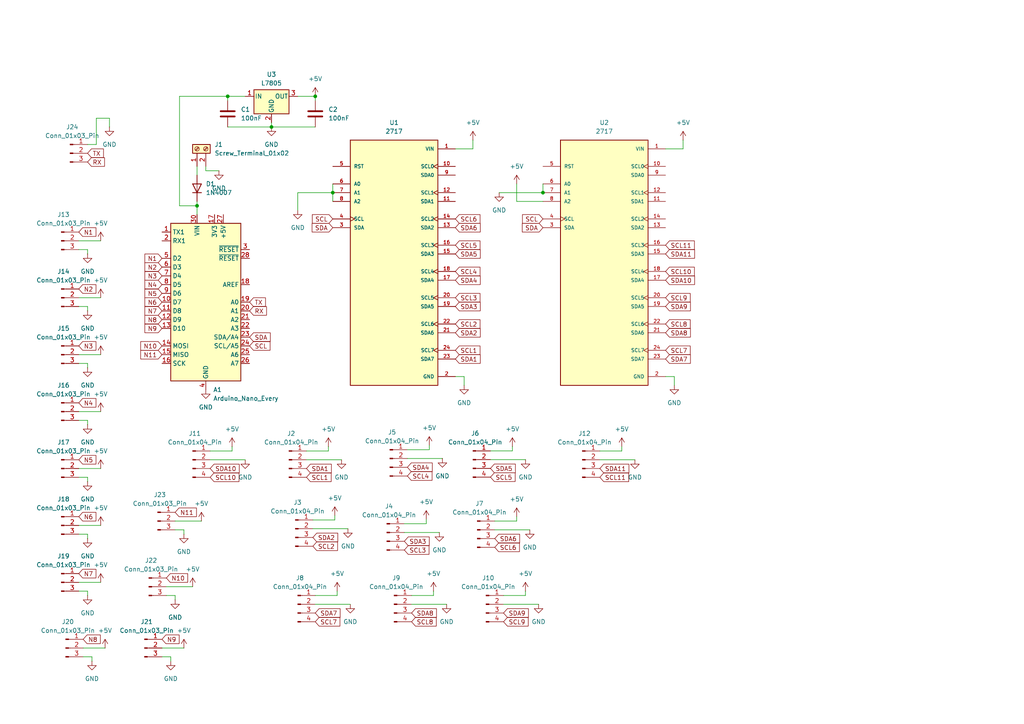
<source format=kicad_sch>
(kicad_sch (version 20250114) (generator "eeschema") (generator_version "9.0")
  (paper "A4")
  (lib_symbols
    (symbol "2717:2717" (pin_names (offset 1.016))
      (property "Reference" "U" (at -12.7 36.322 0))
      (property "Value" "2717" (at -12.7 -38.1 0))
      (symbol "2717_0_0"
        (rectangle (start -12.7 -35.56) (end 12.7 35.56) (stroke (width 0.254)) (fill (type background)))
        (pin input line (at -17.78 27.94 0) (length 5.08) (name "RST") (number "5"))
        (pin input line (at -17.78 22.86 0) (length 5.08) (name "A0") (number "6"))
        (pin input line (at -17.78 20.32 0) (length 5.08) (name "A1") (number "7"))
        (pin input line (at -17.78 17.78 0) (length 5.08) (name "A2") (number "8"))
        (pin input clock (at -17.78 12.7 0) (length 5.08) (name "SCL") (number "4"))
        (pin bidirectional line (at -17.78 10.16 0) (length 5.08) (name "SDA") (number "3"))
        (pin power_in line (at 17.78 33.02 180) (length 5.08) (name "VIN") (number "1"))
        (pin output clock (at 17.78 27.94 180) (length 5.08) (name "SCL0") (number "10"))
        (pin bidirectional line (at 17.78 25.4 180) (length 5.08) (name "SDA0") (number "9"))
        (pin output clock (at 17.78 20.32 180) (length 5.08) (name "SCL1") (number "12"))
        (pin bidirectional line (at 17.78 17.78 180) (length 5.08) (name "SDA1") (number "11"))
        (pin output clock (at 17.78 12.7 180) (length 5.08) (name "SCL2") (number "14"))
        (pin bidirectional line (at 17.78 10.16 180) (length 5.08) (name "SDA2") (number "13"))
        (pin output clock (at 17.78 5.08 180) (length 5.08) (name "SCL3") (number "16"))
        (pin bidirectional line (at 17.78 2.54 180) (length 5.08) (name "SDA3") (number "15"))
        (pin output clock (at 17.78 -2.54 180) (length 5.08) (name "SCL4") (number "18"))
        (pin bidirectional line (at 17.78 -5.08 180) (length 5.08) (name "SDA4") (number "17"))
        (pin output clock (at 17.78 -10.16 180) (length 5.08) (name "SCL5") (number "20"))
        (pin bidirectional line (at 17.78 -12.7 180) (length 5.08) (name "SDA5") (number "19"))
        (pin output clock (at 17.78 -17.78 180) (length 5.08) (name "SCL6") (number "22"))
        (pin bidirectional line (at 17.78 -20.32 180) (length 5.08) (name "SDA6") (number "21"))
        (pin output clock (at 17.78 -25.4 180) (length 5.08) (name "SCL7") (number "24"))
        (pin bidirectional line (at 17.78 -27.94 180) (length 5.08) (name "SDA7") (number "23"))
        (pin power_in line (at 17.78 -33.02 180) (length 5.08) (name "GND") (number "2"))
      )
    )
    (symbol "Connector:Conn_01x03_Pin" (pin_names (offset 1.016) (hide yes))
      (property "Reference" "J" (at 0 5.08 0))
      (property "Value" "Conn_01x03_Pin" (at 0 -5.08 0))
      (symbol "Conn_01x03_Pin_1_1"
        (rectangle (start 0.8636 2.667) (end 0 2.413) (stroke (width 0.1524)) (fill (type outline)))
        (rectangle (start 0.8636 0.127) (end 0 -0.127) (stroke (width 0.1524)) (fill (type outline)))
        (rectangle (start 0.8636 -2.413) (end 0 -2.667) (stroke (width 0.1524)) (fill (type outline)))
        (polyline (pts (xy 1.27 2.54) (xy 0.8636 2.54)) (stroke (width 0.1524)))
        (polyline (pts (xy 1.27 0) (xy 0.8636 0)) (stroke (width 0.1524)))
        (polyline (pts (xy 1.27 -2.54) (xy 0.8636 -2.54)) (stroke (width 0.1524)))
        (pin passive line (at 5.08 2.54 180) (length 3.81) (name "Pin_1") (number "1"))
        (pin passive line (at 5.08 0 180) (length 3.81) (name "Pin_2") (number "2"))
        (pin passive line (at 5.08 -2.54 180) (length 3.81) (name "Pin_3") (number "3"))
      )
    )
    (symbol "Connector:Conn_01x04_Pin" (pin_names (offset 1.016) (hide yes))
      (property "Reference" "J" (at 0 5.08 0))
      (property "Value" "Conn_01x04_Pin" (at 0 -7.62 0))
      (symbol "Conn_01x04_Pin_1_1"
        (rectangle (start 0.8636 2.667) (end 0 2.413) (stroke (width 0.1524)) (fill (type outline)))
        (rectangle (start 0.8636 0.127) (end 0 -0.127) (stroke (width 0.1524)) (fill (type outline)))
        (rectangle (start 0.8636 -2.413) (end 0 -2.667) (stroke (width 0.1524)) (fill (type outline)))
        (rectangle (start 0.8636 -4.953) (end 0 -5.207) (stroke (width 0.1524)) (fill (type outline)))
        (polyline (pts (xy 1.27 2.54) (xy 0.8636 2.54)) (stroke (width 0.1524)))
        (polyline (pts (xy 1.27 0) (xy 0.8636 0)) (stroke (width 0.1524)))
        (polyline (pts (xy 1.27 -2.54) (xy 0.8636 -2.54)) (stroke (width 0.1524)))
        (polyline (pts (xy 1.27 -5.08) (xy 0.8636 -5.08)) (stroke (width 0.1524)))
        (pin passive line (at 5.08 2.54 180) (length 3.81) (name "Pin_1") (number "1"))
        (pin passive line (at 5.08 0 180) (length 3.81) (name "Pin_2") (number "2"))
        (pin passive line (at 5.08 -2.54 180) (length 3.81) (name "Pin_3") (number "3"))
        (pin passive line (at 5.08 -5.08 180) (length 3.81) (name "Pin_4") (number "4"))
      )
    )
    (symbol "Connector:Screw_Terminal_01x02" (pin_names (offset 1.016) (hide yes))
      (property "Reference" "J" (at 0 2.54 0))
      (property "Value" "Screw_Terminal_01x02" (at 0 -5.08 0))
      (symbol "Screw_Terminal_01x02_1_1"
        (rectangle (start -1.27 1.27) (end 1.27 -3.81) (stroke (width 0.254)) (fill (type background)))
        (polyline (pts (xy -0.5334 0.3302) (xy 0.3302 -0.508)) (stroke (width 0.1524)))
        (polyline (pts (xy -0.5334 -2.2098) (xy 0.3302 -3.048)) (stroke (width 0.1524)))
        (polyline (pts (xy -0.3556 0.508) (xy 0.508 -0.3302)) (stroke (width 0.1524)))
        (polyline (pts (xy -0.3556 -2.032) (xy 0.508 -2.8702)) (stroke (width 0.1524)))
        (circle (center 0 0) (radius 0.635) (stroke (width 0.1524)))
        (circle (center 0 -2.54) (radius 0.635) (stroke (width 0.1524)))
        (pin passive line (at -5.08 0 0) (length 3.81) (name "Pin_1") (number "1"))
        (pin passive line (at -5.08 -2.54 0) (length 3.81) (name "Pin_2") (number "2"))
      )
    )
    (symbol "Device:C" (pin_numbers (hide yes)) (pin_names (offset 0.254))
      (property "Reference" "C" (at 0.635 2.54 0))
      (property "Value" "C" (at 0.635 -2.54 0))
      (symbol "C_0_1"
        (polyline (pts (xy -2.032 0.762) (xy 2.032 0.762)) (stroke (width 0.508)))
        (polyline (pts (xy -2.032 -0.762) (xy 2.032 -0.762)) (stroke (width 0.508)))
      )
      (symbol "C_1_1"
        (pin passive line (at 0 3.81 270) (length 2.794) (name "~") (number "1"))
        (pin passive line (at 0 -3.81 90) (length 2.794) (name "~") (number "2"))
      )
    )
    (symbol "Diode:1N4007" (pin_numbers (hide yes)) (pin_names (hide yes))
      (property "Reference" "D" (at 0 2.54 0))
      (property "Value" "1N4007" (at 0 -2.54 0))
      (symbol "1N4007_0_1"
        (polyline (pts (xy -1.27 1.27) (xy -1.27 -1.27)) (stroke (width 0.254)))
        (polyline (pts (xy 1.27 1.27) (xy 1.27 -1.27) (xy -1.27 0) (xy 1.27 1.27)) (stroke (width 0.254)))
        (polyline (pts (xy 1.27 0) (xy -1.27 0)))
      )
      (symbol "1N4007_1_1"
        (pin passive line (at -3.81 0 0) (length 2.54) (name "K") (number "1"))
        (pin passive line (at 3.81 0 180) (length 2.54) (name "A") (number "2"))
      )
    )
    (symbol "MCU_Module:Arduino_Nano_Every"
      (property "Reference" "A" (at -10.16 23.495 0))
      (property "Value" "Arduino_Nano_Every" (at 5.08 -24.13 0))
      (symbol "Arduino_Nano_Every_0_1"
        (rectangle (start -10.16 22.86) (end 10.16 -22.86) (stroke (width 0.254)) (fill (type background)))
      )
      (symbol "Arduino_Nano_Every_1_1"
        (pin bidirectional line (at -12.7 20.32 0) (length 2.54) (name "TX1") (number "1"))
        (pin bidirectional line (at -12.7 17.78 0) (length 2.54) (name "RX1") (number "2"))
        (pin bidirectional line (at -12.7 12.7 0) (length 2.54) (name "D2") (number "5"))
        (pin bidirectional line (at -12.7 10.16 0) (length 2.54) (name "D3") (number "6"))
        (pin bidirectional line (at -12.7 7.62 0) (length 2.54) (name "D4") (number "7"))
        (pin bidirectional line (at -12.7 5.08 0) (length 2.54) (name "D5") (number "8"))
        (pin bidirectional line (at -12.7 2.54 0) (length 2.54) (name "D6") (number "9"))
        (pin bidirectional line (at -12.7 0 0) (length 2.54) (name "D7") (number "10"))
        (pin bidirectional line (at -12.7 -2.54 0) (length 2.54) (name "D8") (number "11"))
        (pin bidirectional line (at -12.7 -5.08 0) (length 2.54) (name "D9") (number "12"))
        (pin bidirectional line (at -12.7 -7.62 0) (length 2.54) (name "D10") (number "13"))
        (pin bidirectional line (at -12.7 -12.7 0) (length 2.54) (name "MOSI") (number "14"))
        (pin bidirectional line (at -12.7 -15.24 0) (length 2.54) (name "MISO") (number "15"))
        (pin bidirectional line (at -12.7 -17.78 0) (length 2.54) (name "SCK") (number "16"))
        (pin power_in line (at -2.54 25.4 270) (length 2.54) (name "VIN") (number "30"))
        (pin passive line (at 0 -25.4 90) (length 2.54) (hide yes) (name "GND") (number "29"))
        (pin power_in line (at 0 -25.4 90) (length 2.54) (name "GND") (number "4"))
        (pin power_out line (at 2.54 25.4 270) (length 2.54) (name "3V3") (number "17"))
        (pin power_out line (at 5.08 25.4 270) (length 2.54) (name "+5V") (number "27"))
        (pin input line (at 12.7 15.24 180) (length 2.54) (name "~{RESET}") (number "3"))
        (pin input line (at 12.7 12.7 180) (length 2.54) (name "~{RESET}") (number "28"))
        (pin input line (at 12.7 5.08 180) (length 2.54) (name "AREF") (number "18"))
        (pin bidirectional line (at 12.7 0 180) (length 2.54) (name "A0") (number "19"))
        (pin bidirectional line (at 12.7 -2.54 180) (length 2.54) (name "A1") (number "20"))
        (pin bidirectional line (at 12.7 -5.08 180) (length 2.54) (name "A2") (number "21"))
        (pin bidirectional line (at 12.7 -7.62 180) (length 2.54) (name "A3") (number "22"))
        (pin bidirectional line (at 12.7 -10.16 180) (length 2.54) (name "SDA/A4") (number "23"))
        (pin bidirectional line (at 12.7 -12.7 180) (length 2.54) (name "SCL/A5") (number "24"))
        (pin bidirectional line (at 12.7 -15.24 180) (length 2.54) (name "A6") (number "25"))
        (pin bidirectional line (at 12.7 -17.78 180) (length 2.54) (name "A7") (number "26"))
      )
    )
    (symbol "Regulator_Linear:L7805" (pin_names (offset 0.254))
      (property "Reference" "U" (at -3.81 3.175 0))
      (property "Value" "L7805" (at 0 3.175 0))
      (symbol "L7805_0_1"
        (rectangle (start -5.08 1.905) (end 5.08 -5.08) (stroke (width 0.254)) (fill (type background)))
      )
      (symbol "L7805_1_1"
        (pin power_in line (at -7.62 0 0) (length 2.54) (name "IN") (number "1"))
        (pin power_in line (at 0 -7.62 90) (length 2.54) (name "GND") (number "2"))
        (pin power_out line (at 7.62 0 180) (length 2.54) (name "OUT") (number "3"))
      )
    )
    (symbol "power:+5V" (power) (pin_numbers (hide yes)) (pin_names (offset 0) (hide yes))
      (property "Value" "+5V" (at 0 3.556 0))
      (symbol "+5V_0_1"
        (polyline (pts (xy -0.762 1.27) (xy 0 2.54)))
        (polyline (pts (xy 0 2.54) (xy 0.762 1.27)))
        (polyline (pts (xy 0 0) (xy 0 2.54)))
      )
      (symbol "+5V_1_1"
        (pin power_in line (at 0 0 90) (length 0) (name "~") (number "1"))
      )
    )
    (symbol "power:GND" (power) (pin_numbers (hide yes)) (pin_names (offset 0) (hide yes))
      (property "Value" "GND" (at 0 -3.81 0))
      (symbol "GND_0_1"
        (polyline (pts (xy 0 0) (xy 0 -1.27) (xy 1.27 -1.27) (xy 0 -2.54) (xy -1.27 -1.27) (xy 0 -1.27)))
      )
      (symbol "GND_1_1"
        (pin power_in line (at 0 0 270) (length 0) (name "~") (number "1"))
      )
    )
  )
  (junction (at 57.15 59.69))
  (junction (at 91.44 27.94))
  (junction (at 78.74 36.83))
  (junction (at 66.04 27.94))
  (junction (at 96.52 55.88))
  (junction (at 157.48 55.88))
  (wire (pts (xy 53.34 153.67) (xy 53.34 154.94)))
  (wire (pts (xy 157.48 58.42) (xy 149.86 58.42)))
  (wire (pts (xy 25.4 88.9) (xy 25.4 90.17)))
  (wire (pts (xy 27.94 34.29) (xy 31.75 34.29)))
  (wire (pts (xy 25.4 105.41) (xy 25.4 106.68)))
  (wire (pts (xy 146.05 172.72) (xy 152.4 172.72)))
  (wire (pts (xy 180.34 130.81) (xy 180.34 129.54)))
  (wire (pts (xy 66.04 27.94) (xy 71.12 27.94)))
  (wire (pts (xy 118.1607 130.4462) (xy 124.5107 130.4462)))
  (wire (pts (xy 91.44 172.72) (xy 97.79 172.72)))
  (wire (pts (xy 157.48 53.34) (xy 157.48 55.88)))
  (wire (pts (xy 117.2802 154.4483) (xy 127.4402 154.4483)))
  (wire (pts (xy 149.86 151.13) (xy 149.86 149.86)))
  (wire (pts (xy 193.04 43.18) (xy 198.12 43.18)))
  (wire (pts (xy 22.86 102.87) (xy 29.21 102.87)))
  (wire (pts (xy 91.44 175.26) (xy 101.6 175.26)))
  (wire (pts (xy 134.62 109.22) (xy 134.62 111.76)))
  (wire (pts (xy 27.94 41.91) (xy 27.94 34.29)))
  (wire (pts (xy 66.04 36.83) (xy 78.74 36.83)))
  (wire (pts (xy 144.78 55.88) (xy 157.48 55.88)))
  (wire (pts (xy 86.36 27.94) (xy 91.44 27.94)))
  (wire (pts (xy 149.86 58.42) (xy 149.86 53.34)))
  (wire (pts (xy 88.9 133.35) (xy 99.06 133.35)))
  (wire (pts (xy 22.86 119.38) (xy 29.21 119.38)))
  (wire (pts (xy 86.36 60.96) (xy 86.36 55.88)))
  (wire (pts (xy 117.2802 151.9083) (xy 123.6302 151.9083)))
  (wire (pts (xy 90.7552 150.8077) (xy 97.1052 150.8077)))
  (wire (pts (xy 22.86 69.85) (xy 29.21 69.85)))
  (wire (pts (xy 173.99 133.35) (xy 184.15 133.35)))
  (wire (pts (xy 97.1052 150.8077) (xy 97.1052 149.5377)))
  (wire (pts (xy 49.53 190.5) (xy 49.53 191.77)))
  (wire (pts (xy 148.6143 130.7763) (xy 148.6143 129.5063)))
  (wire (pts (xy 96.52 55.88) (xy 96.52 58.42)))
  (wire (pts (xy 57.15 48.26) (xy 57.15 50.8)))
  (wire (pts (xy 91.44 27.94) (xy 91.44 29.21)))
  (wire (pts (xy 173.99 130.81) (xy 180.34 130.81)))
  (wire (pts (xy 22.86 152.4) (xy 29.21 152.4)))
  (wire (pts (xy 27.94 41.91) (xy 25.4 41.91)))
  (wire (pts (xy 95.25 130.81) (xy 95.25 129.54)))
  (wire (pts (xy 125.73 172.72) (xy 125.73 171.45)))
  (wire (pts (xy 152.4 172.72) (xy 152.4 171.45)))
  (wire (pts (xy 22.86 154.94) (xy 25.4 154.94)))
  (wire (pts (xy 22.86 86.36) (xy 29.21 86.36)))
  (wire (pts (xy 25.4 138.43) (xy 25.4 139.7)))
  (wire (pts (xy 46.99 190.5) (xy 49.53 190.5)))
  (wire (pts (xy 24.13 190.5) (xy 26.67 190.5)))
  (wire (pts (xy 25.4 72.39) (xy 25.4 73.66)))
  (wire (pts (xy 123.6302 151.9083) (xy 123.6302 150.6383)))
  (wire (pts (xy 193.04 109.22) (xy 195.58 109.22)))
  (wire (pts (xy 25.4 154.94) (xy 25.4 156.21)))
  (wire (pts (xy 59.69 48.26) (xy 59.69 49.53)))
  (wire (pts (xy 22.86 135.89) (xy 29.21 135.89)))
  (wire (pts (xy 195.58 109.22) (xy 195.58 111.76)))
  (wire (pts (xy 57.15 59.69) (xy 52.07 59.69)))
  (wire (pts (xy 60.96 130.81) (xy 67.31 130.81)))
  (wire (pts (xy 97.79 172.72) (xy 97.79 171.45)))
  (wire (pts (xy 31.75 34.29) (xy 31.75 36.83)))
  (wire (pts (xy 24.13 187.96) (xy 30.48 187.96)))
  (wire (pts (xy 57.15 58.42) (xy 57.15 59.69)))
  (wire (pts (xy 52.07 59.69) (xy 52.07 27.94)))
  (wire (pts (xy 146.05 175.26) (xy 156.21 175.26)))
  (wire (pts (xy 59.69 49.53) (xy 63.5 49.53)))
  (wire (pts (xy 78.74 36.83) (xy 91.44 36.83)))
  (wire (pts (xy 48.26 170.18) (xy 55.88 170.18)))
  (wire (pts (xy 198.12 43.18) (xy 198.12 40.64)))
  (wire (pts (xy 142.2643 130.7763) (xy 148.6143 130.7763)))
  (wire (pts (xy 25.4 171.45) (xy 25.4 172.72)))
  (wire (pts (xy 143.51 153.67) (xy 153.67 153.67)))
  (wire (pts (xy 22.86 105.41) (xy 25.4 105.41)))
  (wire (pts (xy 60.96 133.35) (xy 71.12 133.35)))
  (wire (pts (xy 50.8 153.67) (xy 53.34 153.67)))
  (wire (pts (xy 132.08 43.18) (xy 137.16 43.18)))
  (wire (pts (xy 66.04 29.21) (xy 66.04 27.94)))
  (wire (pts (xy 86.36 55.88) (xy 96.52 55.88)))
  (wire (pts (xy 52.07 27.94) (xy 66.04 27.94)))
  (wire (pts (xy 119.38 175.26) (xy 129.54 175.26)))
  (wire (pts (xy 90.7552 153.3477) (xy 100.9152 153.3477)))
  (wire (pts (xy 22.86 88.9) (xy 25.4 88.9)))
  (wire (pts (xy 137.16 43.18) (xy 137.16 40.64)))
  (wire (pts (xy 78.74 35.56) (xy 78.74 36.83)))
  (wire (pts (xy 142.2643 133.3163) (xy 152.4243 133.3163)))
  (wire (pts (xy 48.26 172.72) (xy 50.8 172.72)))
  (wire (pts (xy 22.86 168.91) (xy 29.21 168.91)))
  (wire (pts (xy 50.8 151.13) (xy 58.42 151.13)))
  (wire (pts (xy 96.52 53.34) (xy 96.52 55.88)))
  (wire (pts (xy 124.5107 130.4462) (xy 124.5107 129.1762)))
  (wire (pts (xy 57.15 59.69) (xy 57.15 62.23)))
  (wire (pts (xy 118.1607 132.9862) (xy 128.3207 132.9862)))
  (wire (pts (xy 26.67 190.5) (xy 26.67 191.77)))
  (wire (pts (xy 46.99 187.96) (xy 53.34 187.96)))
  (wire (pts (xy 22.86 138.43) (xy 25.4 138.43)))
  (wire (pts (xy 119.38 172.72) (xy 125.73 172.72)))
  (wire (pts (xy 88.9 130.81) (xy 95.25 130.81)))
  (wire (pts (xy 22.86 72.39) (xy 25.4 72.39)))
  (wire (pts (xy 132.08 109.22) (xy 134.62 109.22)))
  (wire (pts (xy 25.4 121.92) (xy 25.4 123.19)))
  (wire (pts (xy 50.8 172.72) (xy 50.8 173.99)))
  (wire (pts (xy 143.51 151.13) (xy 149.86 151.13)))
  (wire (pts (xy 22.86 171.45) (xy 25.4 171.45)))
  (wire (pts (xy 67.31 130.81) (xy 67.31 129.54)))
  (wire (pts (xy 22.86 121.92) (xy 25.4 121.92)))
  (global_label "N7" (shape input) (at 22.86 166.37 0) (property "Intersheetrefs" "${INTERSHEET_REFS}" (effects (hide yes))))
  (global_label "SDA9" (shape input) (at 193.04 88.9 0) (property "Intersheetrefs" "${INTERSHEET_REFS}" (effects (hide yes))))
  (global_label "SCL9" (shape input) (at 146.05 180.34 0) (property "Intersheetrefs" "${INTERSHEET_REFS}" (effects (hide yes))))
  (global_label "SCL2" (shape input) (at 90.7552 158.4277 0) (property "Intersheetrefs" "${INTERSHEET_REFS}" (effects (hide yes))))
  (global_label "SCL1" (shape input) (at 88.9 138.43 0) (property "Intersheetrefs" "${INTERSHEET_REFS}" (effects (hide yes))))
  (global_label "N11" (shape input) (at 50.8 148.59 0) (property "Intersheetrefs" "${INTERSHEET_REFS}" (effects (hide yes))))
  (global_label "N10" (shape input) (at 46.99 100.33 180) (property "Intersheetrefs" "${INTERSHEET_REFS}" (effects (hide yes))))
  (global_label "SDA1" (shape input) (at 132.08 104.14 0) (property "Intersheetrefs" "${INTERSHEET_REFS}" (effects (hide yes))))
  (global_label "SDA" (shape input) (at 96.52 66.04 180) (property "Intersheetrefs" "${INTERSHEET_REFS}" (effects (hide yes))))
  (global_label "N6" (shape input) (at 22.86 149.86 0) (property "Intersheetrefs" "${INTERSHEET_REFS}" (effects (hide yes))))
  (global_label "SCL" (shape input) (at 157.48 63.5 180) (property "Intersheetrefs" "${INTERSHEET_REFS}" (effects (hide yes))))
  (global_label "SDA5" (shape input) (at 132.08 73.66 0) (property "Intersheetrefs" "${INTERSHEET_REFS}" (effects (hide yes))))
  (global_label "N5" (shape input) (at 22.86 133.35 0) (property "Intersheetrefs" "${INTERSHEET_REFS}" (effects (hide yes))))
  (global_label "N8" (shape input) (at 46.99 92.71 180) (property "Intersheetrefs" "${INTERSHEET_REFS}" (effects (hide yes))))
  (global_label "SCL6" (shape input) (at 143.51 158.75 0) (property "Intersheetrefs" "${INTERSHEET_REFS}" (effects (hide yes))))
  (global_label "SCL1" (shape input) (at 132.08 101.6 0) (property "Intersheetrefs" "${INTERSHEET_REFS}" (effects (hide yes))))
  (global_label "N9" (shape input) (at 46.99 185.42 0) (property "Intersheetrefs" "${INTERSHEET_REFS}" (effects (hide yes))))
  (global_label "TX" (shape input) (at 72.39 87.63 0) (property "Intersheetrefs" "${INTERSHEET_REFS}" (effects (hide yes))))
  (global_label "N4" (shape input) (at 46.99 82.55 180) (property "Intersheetrefs" "${INTERSHEET_REFS}" (effects (hide yes))))
  (global_label "SCL10" (shape input) (at 60.96 138.43 0) (property "Intersheetrefs" "${INTERSHEET_REFS}" (effects (hide yes))))
  (global_label "SDA4" (shape input) (at 132.08 81.28 0) (property "Intersheetrefs" "${INTERSHEET_REFS}" (effects (hide yes))))
  (global_label "SDA10" (shape input) (at 193.04 81.28 0) (property "Intersheetrefs" "${INTERSHEET_REFS}" (effects (hide yes))))
  (global_label "SCL6" (shape input) (at 132.08 63.5 0) (property "Intersheetrefs" "${INTERSHEET_REFS}" (effects (hide yes))))
  (global_label "SDA2" (shape input) (at 132.08 96.52 0) (property "Intersheetrefs" "${INTERSHEET_REFS}" (effects (hide yes))))
  (global_label "N4" (shape input) (at 22.86 116.84 0) (property "Intersheetrefs" "${INTERSHEET_REFS}" (effects (hide yes))))
  (global_label "SDA2" (shape input) (at 90.7552 155.8877 0) (property "Intersheetrefs" "${INTERSHEET_REFS}" (effects (hide yes))))
  (global_label "RX" (shape input) (at 25.4 46.99 0) (property "Intersheetrefs" "${INTERSHEET_REFS}" (effects (hide yes))))
  (global_label "RX" (shape input) (at 72.39 90.17 0) (property "Intersheetrefs" "${INTERSHEET_REFS}" (effects (hide yes))))
  (global_label "SDA6" (shape input) (at 132.08 66.04 0) (property "Intersheetrefs" "${INTERSHEET_REFS}" (effects (hide yes))))
  (global_label "SCL7" (shape input) (at 193.04 101.6 0) (property "Intersheetrefs" "${INTERSHEET_REFS}" (effects (hide yes))))
  (global_label "TX" (shape input) (at 25.4 44.45 0) (property "Intersheetrefs" "${INTERSHEET_REFS}" (effects (hide yes))))
  (global_label "N1" (shape input) (at 22.86 67.31 0) (property "Intersheetrefs" "${INTERSHEET_REFS}" (effects (hide yes))))
  (global_label "SDA1" (shape input) (at 88.9 135.89 0) (property "Intersheetrefs" "${INTERSHEET_REFS}" (effects (hide yes))))
  (global_label "N5" (shape input) (at 46.99 85.09 180) (property "Intersheetrefs" "${INTERSHEET_REFS}" (effects (hide yes))))
  (global_label "SCL3" (shape input) (at 117.2802 159.5283 0) (property "Intersheetrefs" "${INTERSHEET_REFS}" (effects (hide yes))))
  (global_label "N11" (shape input) (at 46.99 102.87 180) (property "Intersheetrefs" "${INTERSHEET_REFS}" (effects (hide yes))))
  (global_label "SDA5" (shape input) (at 142.2643 135.8563 0) (property "Intersheetrefs" "${INTERSHEET_REFS}" (effects (hide yes))))
  (global_label "N7" (shape input) (at 46.99 90.17 180) (property "Intersheetrefs" "${INTERSHEET_REFS}" (effects (hide yes))))
  (global_label "N2" (shape input) (at 22.86 83.82 0) (property "Intersheetrefs" "${INTERSHEET_REFS}" (effects (hide yes))))
  (global_label "SCL" (shape input) (at 72.39 100.33 0) (property "Intersheetrefs" "${INTERSHEET_REFS}" (effects (hide yes))))
  (global_label "SDA11" (shape input) (at 173.99 135.89 0) (property "Intersheetrefs" "${INTERSHEET_REFS}" (effects (hide yes))))
  (global_label "SDA6" (shape input) (at 143.51 156.21 0) (property "Intersheetrefs" "${INTERSHEET_REFS}" (effects (hide yes))))
  (global_label "SDA10" (shape input) (at 60.96 135.89 0) (property "Intersheetrefs" "${INTERSHEET_REFS}" (effects (hide yes))))
  (global_label "N10" (shape input) (at 48.26 167.64 0) (property "Intersheetrefs" "${INTERSHEET_REFS}" (effects (hide yes))))
  (global_label "SCL8" (shape input) (at 119.38 180.34 0) (property "Intersheetrefs" "${INTERSHEET_REFS}" (effects (hide yes))))
  (global_label "SCL3" (shape input) (at 132.08 86.36 0) (property "Intersheetrefs" "${INTERSHEET_REFS}" (effects (hide yes))))
  (global_label "SCL8" (shape input) (at 193.04 93.98 0) (property "Intersheetrefs" "${INTERSHEET_REFS}" (effects (hide yes))))
  (global_label "SCL2" (shape input) (at 132.08 93.98 0) (property "Intersheetrefs" "${INTERSHEET_REFS}" (effects (hide yes))))
  (global_label "SDA11" (shape input) (at 193.04 73.66 0) (property "Intersheetrefs" "${INTERSHEET_REFS}" (effects (hide yes))))
  (global_label "N9" (shape input) (at 46.99 95.25 180) (property "Intersheetrefs" "${INTERSHEET_REFS}" (effects (hide yes))))
  (global_label "SCL4" (shape input) (at 118.1607 138.0662 0) (property "Intersheetrefs" "${INTERSHEET_REFS}" (effects (hide yes))))
  (global_label "SDA3" (shape input) (at 117.2802 156.9883 0) (property "Intersheetrefs" "${INTERSHEET_REFS}" (effects (hide yes))))
  (global_label "SDA" (shape input) (at 157.48 66.04 180) (property "Intersheetrefs" "${INTERSHEET_REFS}" (effects (hide yes))))
  (global_label "SDA8" (shape input) (at 119.38 177.8 0) (property "Intersheetrefs" "${INTERSHEET_REFS}" (effects (hide yes))))
  (global_label "SCL9" (shape input) (at 193.04 86.36 0) (property "Intersheetrefs" "${INTERSHEET_REFS}" (effects (hide yes))))
  (global_label "SDA4" (shape input) (at 118.1607 135.5262 0) (property "Intersheetrefs" "${INTERSHEET_REFS}" (effects (hide yes))))
  (global_label "SDA3" (shape input) (at 132.08 88.9 0) (property "Intersheetrefs" "${INTERSHEET_REFS}" (effects (hide yes))))
  (global_label "SDA9" (shape input) (at 146.05 177.8 0) (property "Intersheetrefs" "${INTERSHEET_REFS}" (effects (hide yes))))
  (global_label "SDA" (shape input) (at 72.39 97.79 0) (property "Intersheetrefs" "${INTERSHEET_REFS}" (effects (hide yes))))
  (global_label "SCL11" (shape input) (at 173.99 138.43 0) (property "Intersheetrefs" "${INTERSHEET_REFS}" (effects (hide yes))))
  (global_label "N2" (shape input) (at 46.99 77.47 180) (property "Intersheetrefs" "${INTERSHEET_REFS}" (effects (hide yes))))
  (global_label "N8" (shape input) (at 24.13 185.42 0) (property "Intersheetrefs" "${INTERSHEET_REFS}" (effects (hide yes))))
  (global_label "SCL5" (shape input) (at 142.2643 138.3963 0) (property "Intersheetrefs" "${INTERSHEET_REFS}" (effects (hide yes))))
  (global_label "SCL5" (shape input) (at 132.08 71.12 0) (property "Intersheetrefs" "${INTERSHEET_REFS}" (effects (hide yes))))
  (global_label "SCL7" (shape input) (at 91.44 180.34 0) (property "Intersheetrefs" "${INTERSHEET_REFS}" (effects (hide yes))))
  (global_label "N1" (shape input) (at 46.99 74.93 180) (property "Intersheetrefs" "${INTERSHEET_REFS}" (effects (hide yes))))
  (global_label "N3" (shape input) (at 22.86 100.33 0) (property "Intersheetrefs" "${INTERSHEET_REFS}" (effects (hide yes))))
  (global_label "SCL10" (shape input) (at 193.04 78.74 0) (property "Intersheetrefs" "${INTERSHEET_REFS}" (effects (hide yes))))
  (global_label "SDA8" (shape input) (at 193.04 96.52 0) (property "Intersheetrefs" "${INTERSHEET_REFS}" (effects (hide yes))))
  (global_label "SCL11" (shape input) (at 193.04 71.12 0) (property "Intersheetrefs" "${INTERSHEET_REFS}" (effects (hide yes))))
  (global_label "SDA7" (shape input) (at 193.04 104.14 0) (property "Intersheetrefs" "${INTERSHEET_REFS}" (effects (hide yes))))
  (global_label "SDA7" (shape input) (at 91.44 177.8 0) (property "Intersheetrefs" "${INTERSHEET_REFS}" (effects (hide yes))))
  (global_label "N6" (shape input) (at 46.99 87.63 180) (property "Intersheetrefs" "${INTERSHEET_REFS}" (effects (hide yes))))
  (global_label "SCL" (shape input) (at 96.52 63.5 180) (property "Intersheetrefs" "${INTERSHEET_REFS}" (effects (hide yes))))
  (global_label "N3" (shape input) (at 46.99 80.01 180) (property "Intersheetrefs" "${INTERSHEET_REFS}" (effects (hide yes))))
  (global_label "SCL4" (shape input) (at 132.08 78.74 0) (property "Intersheetrefs" "${INTERSHEET_REFS}" (effects (hide yes))))
  (symbol (lib_id "power:+5V") (at 137.16 40.64 0) (unit 1)
    (property "Reference" "#PWR04" (effects (hide yes)))
    (property "Value" "+5V" (at 137.16 35.56 0))
    (property "Description" "Power symbol creates a global label with name \"+5V\"" (effects (hide yes)))
  )
  (symbol (lib_id "Connector:Conn_01x03_Pin") (at 43.18 170.18 0) (unit 1)
    (property "Reference" "J22" (at 43.815 162.56 0))
    (property "Value" "Conn_01x03_Pin" (at 43.815 165.1 0))
    (property "Footprint" "Library:PinSocket_1x03_P2.54mm_Vertical_LED" (effects (hide yes)))
    (property "Description" "Generic connector, single row, 01x03, script generated" (effects (hide yes)))
  )
  (symbol (lib_id "Connector:Conn_01x03_Pin") (at 45.72 151.13 0) (unit 1)
    (property "Reference" "J23" (at 46.355 143.51 0))
    (property "Value" "Conn_01x03_Pin" (at 46.355 146.05 0))
    (property "Footprint" "Library:PinSocket_1x03_P2.54mm_Vertical_LED" (effects (hide yes)))
    (property "Description" "Generic connector, single row, 01x03, script generated" (effects (hide yes)))
  )
  (symbol (lib_id "Connector:Conn_01x04_Pin") (at 112.2002 154.4483 0) (unit 1)
    (property "Reference" "J4" (at 112.8352 146.8283 0))
    (property "Value" "Conn_01x04_Pin" (at 112.8352 149.3683 0))
    (property "Footprint" "Connector_PinHeader_2.54mm:PinHeader_1x04_P2.54mm_Vertical" (effects (hide yes)))
    (property "Description" "Generic connector, single row, 01x04, script generated" (effects (hide yes)))
  )
  (symbol (lib_id "power:GND") (at 152.4243 133.3163 0) (unit 1)
    (property "Reference" "#PWR017" (effects (hide yes)))
    (property "Value" "GND" (at 152.4243 138.3963 0))
    (property "Description" "Power symbol creates a global label with name \"GND\" , ground" (effects (hide yes)))
  )
  (symbol (lib_id "power:+5V") (at 125.73 171.45 0) (unit 1)
    (property "Reference" "#PWR022" (effects (hide yes)))
    (property "Value" "+5V" (at 125.73 166.37 0))
    (property "Description" "Power symbol creates a global label with name \"+5V\"" (effects (hide yes)))
  )
  (symbol (lib_id "power:+5V") (at 124.5107 129.1762 0) (unit 1)
    (property "Reference" "#PWR014" (effects (hide yes)))
    (property "Value" "+5V" (at 124.5107 124.0962 0))
    (property "Description" "Power symbol creates a global label with name \"+5V\"" (effects (hide yes)))
  )
  (symbol (lib_id "power:+5V") (at 29.21 152.4 0) (unit 1)
    (property "Reference" "#PWR044" (effects (hide yes)))
    (property "Value" "+5V" (at 29.21 147.32 0))
    (property "Description" "Power symbol creates a global label with name \"+5V\"" (effects (hide yes)))
  )
  (symbol (lib_id "power:GND") (at 153.67 153.67 0) (unit 1)
    (property "Reference" "#PWR019" (effects (hide yes)))
    (property "Value" "GND" (at 153.67 158.75 0))
    (property "Description" "Power symbol creates a global label with name \"GND\" , ground" (effects (hide yes)))
  )
  (symbol (lib_id "Connector:Conn_01x04_Pin") (at 55.88 133.35 0) (unit 1)
    (property "Reference" "J11" (at 56.515 125.73 0))
    (property "Value" "Conn_01x04_Pin" (at 56.515 128.27 0))
    (property "Footprint" "Connector_PinHeader_2.54mm:PinHeader_1x04_P2.54mm_Vertical" (effects (hide yes)))
    (property "Description" "Generic connector, single row, 01x04, script generated" (effects (hide yes)))
  )
  (symbol (lib_id "power:+5V") (at 149.86 53.34 0) (unit 1)
    (property "Reference" "#PWR03" (effects (hide yes)))
    (property "Value" "+5V" (at 149.86 48.26 0))
    (property "Description" "Power symbol creates a global label with name \"+5V\"" (effects (hide yes)))
  )
  (symbol (lib_id "Connector:Conn_01x04_Pin") (at 83.82 133.35 0) (unit 1)
    (property "Reference" "J2" (at 84.455 125.73 0))
    (property "Value" "Conn_01x04_Pin" (at 84.455 128.27 0))
    (property "Footprint" "Connector_PinHeader_2.54mm:PinHeader_1x04_P2.54mm_Vertical" (effects (hide yes)))
    (property "Description" "Generic connector, single row, 01x04, script generated" (effects (hide yes)))
  )
  (symbol (lib_id "Connector:Conn_01x04_Pin") (at 137.1843 133.3163 0) (unit 1)
    (property "Reference" "J6" (at 137.8193 125.6963 0))
    (property "Value" "Conn_01x04_Pin" (at 137.8193 128.2363 0))
    (property "Footprint" "Connector_PinHeader_2.54mm:PinHeader_1x04_P2.54mm_Vertical" (effects (hide yes)))
    (property "Description" "Generic connector, single row, 01x04, script generated" (effects (hide yes)))
  )
  (symbol (lib_id "power:GND") (at 127.4402 154.4483 0) (unit 1)
    (property "Reference" "#PWR013" (effects (hide yes)))
    (property "Value" "GND" (at 127.4402 159.5283 0))
    (property "Description" "Power symbol creates a global label with name \"GND\" , ground" (effects (hide yes)))
  )
  (symbol (lib_id "power:+5V") (at 29.21 69.85 0) (unit 1)
    (property "Reference" "#PWR034" (effects (hide yes)))
    (property "Value" "+5V" (at 29.21 64.77 0))
    (property "Description" "Power symbol creates a global label with name \"+5V\"" (effects (hide yes)))
  )
  (symbol (lib_id "Regulator_Linear:L7805") (at 78.74 27.94 0) (unit 1)
    (property "Reference" "U3" (at 78.74 21.59 0))
    (property "Value" "L7805" (at 78.74 24.13 0))
    (property "Footprint" "Package_TO_SOT_THT:TO-220-3_Vertical" (effects (hide yes)))
    (property "Datasheet" "http://www.st.com/content/ccc/resource/technical/document/datasheet/41/4f/b3/b0/12/d4/47/88/CD00000444.pdf/files/CD00000444.pdf/jcr:content/translations/en.CD00000444.pdf" (effects (hide yes)))
    (property "Description" "Positive 1.5A 35V Linear Regulator, Fixed Output 5V, TO-220/TO-263/TO-252" (effects (hide yes)))
  )
  (symbol (lib_id "power:GND") (at 99.06 133.35 0) (unit 1)
    (property "Reference" "#PWR09" (effects (hide yes)))
    (property "Value" "GND" (at 99.06 138.43 0))
    (property "Description" "Power symbol creates a global label with name \"GND\" , ground" (effects (hide yes)))
  )
  (symbol (lib_id "power:GND") (at 71.12 133.35 0) (unit 1)
    (property "Reference" "#PWR027" (effects (hide yes)))
    (property "Value" "GND" (at 71.12 138.43 0))
    (property "Description" "Power symbol creates a global label with name \"GND\" , ground" (effects (hide yes)))
  )
  (symbol (lib_id "power:+5V") (at 29.21 102.87 0) (unit 1)
    (property "Reference" "#PWR038" (effects (hide yes)))
    (property "Value" "+5V" (at 29.21 97.79 0))
    (property "Description" "Power symbol creates a global label with name \"+5V\"" (effects (hide yes)))
  )
  (symbol (lib_id "power:+5V") (at 29.21 168.91 0) (unit 1)
    (property "Reference" "#PWR046" (effects (hide yes)))
    (property "Value" "+5V" (at 29.21 163.83 0))
    (property "Description" "Power symbol creates a global label with name \"+5V\"" (effects (hide yes)))
  )
  (symbol (lib_id "power:+5V") (at 30.48 187.96 0) (unit 1)
    (property "Reference" "#PWR048" (effects (hide yes)))
    (property "Value" "+5V" (at 30.48 182.88 0))
    (property "Description" "Power symbol creates a global label with name \"+5V\"" (effects (hide yes)))
  )
  (symbol (lib_id "Device:C") (at 66.04 33.02 0) (unit 1)
    (property "Reference" "C1" (at 69.85 31.7499 0) (effects (justify left)))
    (property "Value" "100nF" (at 69.85 34.2899 0) (effects (justify left)))
    (property "Footprint" "Capacitor_THT:C_Disc_D6.0mm_W2.5mm_P5.00mm" (effects (hide yes)))
    (property "Description" "Unpolarized capacitor" (effects (hide yes)))
  )
  (symbol (lib_id "Connector:Conn_01x03_Pin") (at 20.32 44.45 0) (unit 1)
    (property "Reference" "J24" (at 20.955 36.83 0))
    (property "Value" "Conn_01x03_Pin" (at 20.955 39.37 0))
    (property "Footprint" "Library:PinSocket_1x03_P2.54mm_Vertical_LED" (effects (hide yes)))
    (property "Description" "Generic connector, single row, 01x03, script generated" (effects (hide yes)))
  )
  (symbol (lib_id "Connector:Conn_01x04_Pin") (at 140.97 175.26 0) (unit 1)
    (property "Reference" "J10" (at 141.605 167.64 0))
    (property "Value" "Conn_01x04_Pin" (at 141.605 170.18 0))
    (property "Footprint" "Connector_PinHeader_2.54mm:PinHeader_1x04_P2.54mm_Vertical" (effects (hide yes)))
    (property "Description" "Generic connector, single row, 01x04, script generated" (effects (hide yes)))
  )
  (symbol (lib_id "power:GND") (at 25.4 156.21 0) (unit 1)
    (property "Reference" "#PWR043" (effects (hide yes)))
    (property "Value" "GND" (at 25.4 161.29 0))
    (property "Description" "Power symbol creates a global label with name \"GND\" , ground" (effects (hide yes)))
  )
  (symbol (lib_id "power:+5V") (at 67.31 129.54 0) (unit 1)
    (property "Reference" "#PWR026" (effects (hide yes)))
    (property "Value" "+5V" (at 67.31 124.46 0))
    (property "Description" "Power symbol creates a global label with name \"+5V\"" (effects (hide yes)))
  )
  (symbol (lib_id "power:GND") (at 25.4 123.19 0) (unit 1)
    (property "Reference" "#PWR039" (effects (hide yes)))
    (property "Value" "GND" (at 25.4 128.27 0))
    (property "Description" "Power symbol creates a global label with name \"GND\" , ground" (effects (hide yes)))
  )
  (symbol (lib_id "Connector:Conn_01x03_Pin") (at 17.78 86.36 0) (unit 1)
    (property "Reference" "J14" (at 18.415 78.74 0))
    (property "Value" "Conn_01x03_Pin" (at 18.415 81.28 0))
    (property "Footprint" "Library:PinSocket_1x03_P2.54mm_Vertical_LED" (effects (hide yes)))
    (property "Description" "Generic connector, single row, 01x03, script generated" (effects (hide yes)))
  )
  (symbol (lib_id "Connector:Conn_01x03_Pin") (at 41.91 187.96 0) (unit 1)
    (property "Reference" "J21" (at 42.545 180.34 0))
    (property "Value" "Conn_01x03_Pin" (at 42.545 182.88 0))
    (property "Footprint" "Library:PinSocket_1x03_P2.54mm_Vertical_LED" (effects (hide yes)))
    (property "Description" "Generic connector, single row, 01x03, script generated" (effects (hide yes)))
  )
  (symbol (lib_id "Connector:Conn_01x04_Pin") (at 168.91 133.35 0) (unit 1)
    (property "Reference" "J12" (at 169.545 125.73 0))
    (property "Value" "Conn_01x04_Pin" (at 169.545 128.27 0))
    (property "Footprint" "Connector_PinHeader_2.54mm:PinHeader_1x04_P2.54mm_Vertical" (effects (hide yes)))
    (property "Description" "Generic connector, single row, 01x04, script generated" (effects (hide yes)))
  )
  (symbol (lib_id "power:+5V") (at 152.4 171.45 0) (unit 1)
    (property "Reference" "#PWR024" (effects (hide yes)))
    (property "Value" "+5V" (at 152.4 166.37 0))
    (property "Description" "Power symbol creates a global label with name \"+5V\"" (effects (hide yes)))
  )
  (symbol (lib_id "power:GND") (at 59.69 113.03 0) (unit 1)
    (property "Reference" "#PWR056" (effects (hide yes)))
    (property "Value" "GND" (at 59.69 118.11 0))
    (property "Description" "Power symbol creates a global label with name \"GND\" , ground" (effects (hide yes)))
  )
  (symbol (lib_id "power:GND") (at 25.4 90.17 0) (unit 1)
    (property "Reference" "#PWR035" (effects (hide yes)))
    (property "Value" "GND" (at 25.4 95.25 0))
    (property "Description" "Power symbol creates a global label with name \"GND\" , ground" (effects (hide yes)))
  )
  (symbol (lib_id "power:+5V") (at 198.12 40.64 0) (unit 1)
    (property "Reference" "#PWR05" (effects (hide yes)))
    (property "Value" "+5V" (at 198.12 35.56 0))
    (property "Description" "Power symbol creates a global label with name \"+5V\"" (effects (hide yes)))
  )
  (symbol (lib_id "Connector:Conn_01x03_Pin") (at 17.78 152.4 0) (unit 1)
    (property "Reference" "J18" (at 18.415 144.78 0))
    (property "Value" "Conn_01x03_Pin" (at 18.415 147.32 0))
    (property "Footprint" "Library:PinSocket_1x03_P2.54mm_Vertical_LED" (effects (hide yes)))
    (property "Description" "Generic connector, single row, 01x03, script generated" (effects (hide yes)))
  )
  (symbol (lib_id "Connector:Conn_01x03_Pin") (at 17.78 119.38 0) (unit 1)
    (property "Reference" "J16" (at 18.415 111.76 0))
    (property "Value" "Conn_01x03_Pin" (at 18.415 114.3 0))
    (property "Footprint" "Library:PinSocket_1x03_P2.54mm_Vertical_LED" (effects (hide yes)))
    (property "Description" "Generic connector, single row, 01x03, script generated" (effects (hide yes)))
  )
  (symbol (lib_id "power:+5V") (at 97.1052 149.5377 0) (unit 1)
    (property "Reference" "#PWR010" (effects (hide yes)))
    (property "Value" "+5V" (at 97.1052 144.4577 0))
    (property "Description" "Power symbol creates a global label with name \"+5V\"" (effects (hide yes)))
  )
  (symbol (lib_id "Connector:Conn_01x03_Pin") (at 17.78 168.91 0) (unit 1)
    (property "Reference" "J19" (at 18.415 161.29 0))
    (property "Value" "Conn_01x03_Pin" (at 18.415 163.83 0))
    (property "Footprint" "Library:PinSocket_1x03_P2.54mm_Vertical_LED" (effects (hide yes)))
    (property "Description" "Generic connector, single row, 01x03, script generated" (effects (hide yes)))
  )
  (symbol (lib_id "power:GND") (at 25.4 73.66 0) (unit 1)
    (property "Reference" "#PWR033" (effects (hide yes)))
    (property "Value" "GND" (at 25.4 78.74 0))
    (property "Description" "Power symbol creates a global label with name \"GND\" , ground" (effects (hide yes)))
  )
  (symbol (lib_id "power:GND") (at 156.21 175.26 0) (unit 1)
    (property "Reference" "#PWR025" (effects (hide yes)))
    (property "Value" "GND" (at 156.21 180.34 0))
    (property "Description" "Power symbol creates a global label with name \"GND\" , ground" (effects (hide yes)))
  )
  (symbol (lib_id "Connector:Conn_01x03_Pin") (at 17.78 135.89 0) (unit 1)
    (property "Reference" "J17" (at 18.415 128.27 0))
    (property "Value" "Conn_01x03_Pin" (at 18.415 130.81 0))
    (property "Footprint" "Library:PinSocket_1x03_P2.54mm_Vertical_LED" (effects (hide yes)))
    (property "Description" "Generic connector, single row, 01x03, script generated" (effects (hide yes)))
  )
  (symbol (lib_id "power:GND") (at 49.53 191.77 0) (unit 1)
    (property "Reference" "#PWR049" (effects (hide yes)))
    (property "Value" "GND" (at 49.53 196.85 0))
    (property "Description" "Power symbol creates a global label with name \"GND\" , ground" (effects (hide yes)))
  )
  (symbol (lib_id "power:GND") (at 128.3207 132.9862 0) (unit 1)
    (property "Reference" "#PWR015" (effects (hide yes)))
    (property "Value" "GND" (at 128.3207 138.0662 0))
    (property "Description" "Power symbol creates a global label with name \"GND\" , ground" (effects (hide yes)))
  )
  (symbol (lib_id "Connector:Conn_01x04_Pin") (at 86.36 175.26 0) (unit 1)
    (property "Reference" "J8" (at 86.995 167.64 0))
    (property "Value" "Conn_01x04_Pin" (at 86.995 170.18 0))
    (property "Footprint" "Connector_PinHeader_2.54mm:PinHeader_1x04_P2.54mm_Vertical" (effects (hide yes)))
    (property "Description" "Generic connector, single row, 01x04, script generated" (effects (hide yes)))
  )
  (symbol (lib_id "power:GND") (at 25.4 172.72 0) (unit 1)
    (property "Reference" "#PWR045" (effects (hide yes)))
    (property "Value" "GND" (at 25.4 177.8 0))
    (property "Description" "Power symbol creates a global label with name \"GND\" , ground" (effects (hide yes)))
  )
  (symbol (lib_id "power:GND") (at 134.62 111.76 0) (unit 1)
    (property "Reference" "#PWR06" (effects (hide yes)))
    (property "Value" "GND" (at 134.62 116.84 0))
    (property "Description" "Power symbol creates a global label with name \"GND\" , ground" (effects (hide yes)))
  )
  (symbol (lib_id "power:+5V") (at 180.34 129.54 0) (unit 1)
    (property "Reference" "#PWR028" (effects (hide yes)))
    (property "Value" "+5V" (at 180.34 124.46 0))
    (property "Description" "Power symbol creates a global label with name \"+5V\"" (effects (hide yes)))
  )
  (symbol (lib_id "power:+5V") (at 29.21 119.38 0) (unit 1)
    (property "Reference" "#PWR040" (effects (hide yes)))
    (property "Value" "+5V" (at 29.21 114.3 0))
    (property "Description" "Power symbol creates a global label with name \"+5V\"" (effects (hide yes)))
  )
  (symbol (lib_id "power:+5V") (at 91.44 27.94 0) (unit 1)
    (property "Reference" "#PWR032" (effects (hide yes)))
    (property "Value" "+5V" (at 91.44 22.86 0))
    (property "Description" "Power symbol creates a global label with name \"+5V\"" (effects (hide yes)))
  )
  (symbol (lib_id "power:+5V") (at 29.21 86.36 0) (unit 1)
    (property "Reference" "#PWR036" (effects (hide yes)))
    (property "Value" "+5V" (at 29.21 81.28 0))
    (property "Description" "Power symbol creates a global label with name \"+5V\"" (effects (hide yes)))
  )
  (symbol (lib_id "power:+5V") (at 53.34 187.96 0) (unit 1)
    (property "Reference" "#PWR050" (effects (hide yes)))
    (property "Value" "+5V" (at 53.34 182.88 0))
    (property "Description" "Power symbol creates a global label with name \"+5V\"" (effects (hide yes)))
  )
  (symbol (lib_id "power:+5V") (at 55.88 170.18 0) (unit 1)
    (property "Reference" "#PWR052" (effects (hide yes)))
    (property "Value" "+5V" (at 55.88 165.1 0))
    (property "Description" "Power symbol creates a global label with name \"+5V\"" (effects (hide yes)))
  )
  (symbol (lib_id "power:GND") (at 184.15 133.35 0) (unit 1)
    (property "Reference" "#PWR029" (effects (hide yes)))
    (property "Value" "GND" (at 184.15 138.43 0))
    (property "Description" "Power symbol creates a global label with name \"GND\" , ground" (effects (hide yes)))
  )
  (symbol (lib_id "power:GND") (at 101.6 175.26 0) (unit 1)
    (property "Reference" "#PWR021" (effects (hide yes)))
    (property "Value" "GND" (at 101.6 180.34 0))
    (property "Description" "Power symbol creates a global label with name \"GND\" , ground" (effects (hide yes)))
  )
  (symbol (lib_id "power:GND") (at 25.4 139.7 0) (unit 1)
    (property "Reference" "#PWR041" (effects (hide yes)))
    (property "Value" "GND" (at 25.4 144.78 0))
    (property "Description" "Power symbol creates a global label with name \"GND\" , ground" (effects (hide yes)))
  )
  (symbol (lib_id "Diode:1N4007") (at 57.15 54.61 90) (unit 1)
    (property "Reference" "D1" (at 59.69 53.3399 90) (effects (justify right)))
    (property "Value" "1N4007" (at 59.69 55.8799 90) (effects (justify right)))
    (property "Footprint" "Diode_THT:D_DO-41_SOD81_P10.16mm_Horizontal" (effects (hide yes)))
    (property "Datasheet" "http://www.vishay.com/docs/88503/1n4001.pdf" (effects (hide yes)))
    (property "Description" "1000V 1A General Purpose Rectifier Diode, DO-41" (effects (hide yes)))
    (property "Sim.Device" "D" (effects (hide yes)))
    (property "Sim.Pins" "1=K 2=A" (effects (hide yes)))
  )
  (symbol (lib_id "Connector:Conn_01x04_Pin") (at 114.3 175.26 0) (unit 1)
    (property "Reference" "J9" (at 114.935 167.64 0))
    (property "Value" "Conn_01x04_Pin" (at 114.935 170.18 0))
    (property "Footprint" "Connector_PinHeader_2.54mm:PinHeader_1x04_P2.54mm_Vertical" (effects (hide yes)))
    (property "Description" "Generic connector, single row, 01x04, script generated" (effects (hide yes)))
  )
  (symbol (lib_id "power:+5V") (at 123.6302 150.6383 0) (unit 1)
    (property "Reference" "#PWR012" (effects (hide yes)))
    (property "Value" "+5V" (at 123.6302 145.5583 0))
    (property "Description" "Power symbol creates a global label with name \"+5V\"" (effects (hide yes)))
  )
  (symbol (lib_id "power:GND") (at 144.78 55.88 0) (unit 1)
    (property "Reference" "#PWR02" (effects (hide yes)))
    (property "Value" "GND" (at 144.78 60.96 0))
    (property "Description" "Power symbol creates a global label with name \"GND\" , ground" (effects (hide yes)))
  )
  (symbol (lib_id "power:+5V") (at 97.79 171.45 0) (unit 1)
    (property "Reference" "#PWR020" (effects (hide yes)))
    (property "Value" "+5V" (at 97.79 166.37 0))
    (property "Description" "Power symbol creates a global label with name \"+5V\"" (effects (hide yes)))
  )
  (symbol (lib_id "Connector:Screw_Terminal_01x02") (at 57.15 43.18 90) (unit 1)
    (property "Reference" "J1" (at 62.23 41.9099 90) (effects (justify right)))
    (property "Value" "Screw_Terminal_01x02" (at 62.23 44.4499 90) (effects (justify right)))
    (property "Footprint" "TerminalBlock_MetzConnect:TerminalBlock_MetzConnect_Type101_RT01602HBWC_1x02_P5.08mm_Horizontal" (effects (hide yes)))
    (property "Description" "Generic screw terminal, single row, 01x02, script generated (kicad-library-utils/schlib/autogen/connector/)" (effects (hide yes)))
  )
  (symbol (lib_id "power:GND") (at 100.9152 153.3477 0) (unit 1)
    (property "Reference" "#PWR011" (effects (hide yes)))
    (property "Value" "GND" (at 100.9152 158.4277 0))
    (property "Description" "Power symbol creates a global label with name \"GND\" , ground" (effects (hide yes)))
  )
  (symbol (lib_id "Connector:Conn_01x04_Pin") (at 85.6752 153.3477 0) (unit 1)
    (property "Reference" "J3" (at 86.3102 145.7277 0))
    (property "Value" "Conn_01x04_Pin" (at 86.3102 148.2677 0))
    (property "Footprint" "Connector_PinHeader_2.54mm:PinHeader_1x04_P2.54mm_Vertical" (effects (hide yes)))
    (property "Description" "Generic connector, single row, 01x04, script generated" (effects (hide yes)))
  )
  (symbol (lib_id "power:GND") (at 53.34 154.94 0) (unit 1)
    (property "Reference" "#PWR053" (effects (hide yes)))
    (property "Value" "GND" (at 53.34 160.02 0))
    (property "Description" "Power symbol creates a global label with name \"GND\" , ground" (effects (hide yes)))
  )
  (symbol (lib_id "MCU_Module:Arduino_Nano_Every") (at 59.69 87.63 0) (unit 1)
    (property "Reference" "A1" (at 61.8333 113.03 0) (effects (justify left)))
    (property "Value" "Arduino_Nano_Every" (at 61.8333 115.57 0) (effects (justify left)))
    (property "Footprint" "Module:Arduino_Nano" (effects (hide yes)))
    (property "Datasheet" "https://content.arduino.cc/assets/NANOEveryV3.0_sch.pdf" (effects (hide yes)))
    (property "Description" "Arduino Nano Every" (effects (hide yes)))
  )
  (symbol (lib_id "power:GND") (at 31.75 36.83 0) (unit 1)
    (property "Reference" "#PWR055" (effects (hide yes)))
    (property "Value" "GND" (at 31.75 41.91 0))
    (property "Description" "Power symbol creates a global label with name \"GND\" , ground" (effects (hide yes)))
  )
  (symbol (lib_id "power:GND") (at 129.54 175.26 0) (unit 1)
    (property "Reference" "#PWR023" (effects (hide yes)))
    (property "Value" "GND" (at 129.54 180.34 0))
    (property "Description" "Power symbol creates a global label with name \"GND\" , ground" (effects (hide yes)))
  )
  (symbol (lib_id "Connector:Conn_01x04_Pin") (at 113.0807 132.9862 0) (unit 1)
    (property "Reference" "J5" (at 113.7157 125.3662 0))
    (property "Value" "Conn_01x04_Pin" (at 113.7157 127.9062 0))
    (property "Footprint" "Connector_PinHeader_2.54mm:PinHeader_1x04_P2.54mm_Vertical" (effects (hide yes)))
    (property "Description" "Generic connector, single row, 01x04, script generated" (effects (hide yes)))
  )
  (symbol (lib_id "power:+5V") (at 58.42 151.13 0) (unit 1)
    (property "Reference" "#PWR054" (effects (hide yes)))
    (property "Value" "+5V" (at 58.42 146.05 0))
    (property "Description" "Power symbol creates a global label with name \"+5V\"" (effects (hide yes)))
  )
  (symbol (lib_id "2717:2717") (at 175.26 76.2 0) (unit 1)
    (property "Reference" "U2" (at 175.26 35.56 0))
    (property "Value" "2717" (at 175.26 38.1 0))
    (property "Footprint" "2717:MODULE_2717" (effects (hide yes)))
    (property "MF" "Adafruit" (effects (hide yes)))
    (property "MAXIMUM_PACKAGE_HEIGHT" "2.7mm" (effects (hide yes)))
    (property "Package" "None" (effects (hide yes)))
    (property "Price" "None" (effects (hide yes)))
    (property "Check_prices" "https://www.snapeda.com/parts/2717/Adafruit+Industries/view-part/?ref=eda" (effects (hide yes)))
    (property "STANDARD" "Manufacturer Recommendations" (effects (hide yes)))
    (property "PARTREV" "Sep 11, 2015" (effects (hide yes)))
    (property "SnapEDA_Link" "https://www.snapeda.com/parts/2717/Adafruit+Industries/view-part/?ref=snap" (effects (hide yes)))
    (property "MP" "2717" (effects (hide yes)))
    (property "Description_1" "Module: multiplexer; I2C interface multiplexer; TCA9548A; 3÷5VDC" (effects (hide yes)))
    (property "MANUFACTURER" "Adafruit" (effects (hide yes)))
    (property "Availability" "In Stock" (effects (hide yes)))
    (property "SNAPEDA_PN" "2717" (effects (hide yes)))
  )
  (symbol (lib_id "power:+5V") (at 95.25 129.54 0) (unit 1)
    (property "Reference" "#PWR08" (effects (hide yes)))
    (property "Value" "+5V" (at 95.25 124.46 0))
    (property "Description" "Power symbol creates a global label with name \"+5V\"" (effects (hide yes)))
  )
  (symbol (lib_id "power:+5V") (at 29.21 135.89 0) (unit 1)
    (property "Reference" "#PWR042" (effects (hide yes)))
    (property "Value" "+5V" (at 29.21 130.81 0))
    (property "Description" "Power symbol creates a global label with name \"+5V\"" (effects (hide yes)))
  )
  (symbol (lib_id "power:+5V") (at 149.86 149.86 0) (unit 1)
    (property "Reference" "#PWR018" (effects (hide yes)))
    (property "Value" "+5V" (at 149.86 144.78 0))
    (property "Description" "Power symbol creates a global label with name \"+5V\"" (effects (hide yes)))
  )
  (symbol (lib_id "power:GND") (at 195.58 111.76 0) (unit 1)
    (property "Reference" "#PWR07" (effects (hide yes)))
    (property "Value" "GND" (at 195.58 116.84 0))
    (property "Description" "Power symbol creates a global label with name \"GND\" , ground" (effects (hide yes)))
  )
  (symbol (lib_id "Connector:Conn_01x03_Pin") (at 19.05 187.96 0) (unit 1)
    (property "Reference" "J20" (at 19.685 180.34 0))
    (property "Value" "Conn_01x03_Pin" (at 19.685 182.88 0))
    (property "Footprint" "Library:PinSocket_1x03_P2.54mm_Vertical_LED" (effects (hide yes)))
    (property "Description" "Generic connector, single row, 01x03, script generated" (effects (hide yes)))
  )
  (symbol (lib_id "power:GND") (at 63.5 49.53 0) (unit 1)
    (property "Reference" "#PWR030" (effects (hide yes)))
    (property "Value" "GND" (at 63.5 54.61 0))
    (property "Description" "Power symbol creates a global label with name \"GND\" , ground" (effects (hide yes)))
  )
  (symbol (lib_id "power:GND") (at 26.67 191.77 0) (unit 1)
    (property "Reference" "#PWR047" (effects (hide yes)))
    (property "Value" "GND" (at 26.67 196.85 0))
    (property "Description" "Power symbol creates a global label with name \"GND\" , ground" (effects (hide yes)))
  )
  (symbol (lib_id "Connector:Conn_01x03_Pin") (at 17.78 69.85 0) (unit 1)
    (property "Reference" "J13" (at 18.415 62.23 0))
    (property "Value" "Conn_01x03_Pin" (at 18.415 64.77 0))
    (property "Footprint" "Library:PinSocket_1x03_P2.54mm_Vertical_LED" (effects (hide yes)))
    (property "Description" "Generic connector, single row, 01x03, script generated" (effects (hide yes)))
  )
  (symbol (lib_id "power:GND") (at 25.4 106.68 0) (unit 1)
    (property "Reference" "#PWR037" (effects (hide yes)))
    (property "Value" "GND" (at 25.4 111.76 0))
    (property "Description" "Power symbol creates a global label with name \"GND\" , ground" (effects (hide yes)))
  )
  (symbol (lib_id "2717:2717") (at 114.3 76.2 0) (unit 1)
    (property "Reference" "U1" (at 114.3 35.56 0))
    (property "Value" "2717" (at 114.3 38.1 0))
    (property "Footprint" "2717:MODULE_2717" (effects (hide yes)))
    (property "MF" "Adafruit" (effects (hide yes)))
    (property "MAXIMUM_PACKAGE_HEIGHT" "2.7mm" (effects (hide yes)))
    (property "Package" "None" (effects (hide yes)))
    (property "Price" "None" (effects (hide yes)))
    (property "Check_prices" "https://www.snapeda.com/parts/2717/Adafruit+Industries/view-part/?ref=eda" (effects (hide yes)))
    (property "STANDARD" "Manufacturer Recommendations" (effects (hide yes)))
    (property "PARTREV" "Sep 11, 2015" (effects (hide yes)))
    (property "SnapEDA_Link" "https://www.snapeda.com/parts/2717/Adafruit+Industries/view-part/?ref=snap" (effects (hide yes)))
    (property "MP" "2717" (effects (hide yes)))
    (property "Description_1" "Module: multiplexer; I2C interface multiplexer; TCA9548A; 3÷5VDC" (effects (hide yes)))
    (property "MANUFACTURER" "Adafruit" (effects (hide yes)))
    (property "Availability" "In Stock" (effects (hide yes)))
    (property "SNAPEDA_PN" "2717" (effects (hide yes)))
  )
  (symbol (lib_id "power:GND") (at 50.8 173.99 0) (unit 1)
    (property "Reference" "#PWR051" (effects (hide yes)))
    (property "Value" "GND" (at 50.8 179.07 0))
    (property "Description" "Power symbol creates a global label with name \"GND\" , ground" (effects (hide yes)))
  )
  (symbol (lib_id "Connector:Conn_01x04_Pin") (at 138.43 153.67 0) (unit 1)
    (property "Reference" "J7" (at 139.065 146.05 0))
    (property "Value" "Conn_01x04_Pin" (at 139.065 148.59 0))
    (property "Footprint" "Connector_PinHeader_2.54mm:PinHeader_1x04_P2.54mm_Vertical" (effects (hide yes)))
    (property "Description" "Generic connector, single row, 01x04, script generated" (effects (hide yes)))
  )
  (symbol (lib_id "power:+5V") (at 148.6143 129.5063 0) (unit 1)
    (property "Reference" "#PWR016" (effects (hide yes)))
    (property "Value" "+5V" (at 148.6143 124.4263 0))
    (property "Description" "Power symbol creates a global label with name \"+5V\"" (effects (hide yes)))
  )
  (symbol (lib_id "power:GND") (at 78.74 36.83 0) (unit 1)
    (property "Reference" "#PWR031" (effects (hide yes)))
    (property "Value" "GND" (at 78.74 41.91 0))
    (property "Description" "Power symbol creates a global label with name \"GND\" , ground" (effects (hide yes)))
  )
  (symbol (lib_id "power:GND") (at 86.36 60.96 0) (unit 1)
    (property "Reference" "#PWR01" (effects (hide yes)))
    (property "Value" "GND" (at 86.36 66.04 0))
    (property "Description" "Power symbol creates a global label with name \"GND\" , ground" (effects (hide yes)))
  )
  (symbol (lib_id "Device:C") (at 91.44 33.02 0) (unit 1)
    (property "Reference" "C2" (at 95.25 31.7499 0) (effects (justify left)))
    (property "Value" "100nF" (at 95.25 34.2899 0) (effects (justify left)))
    (property "Footprint" "Capacitor_THT:C_Disc_D6.0mm_W2.5mm_P5.00mm" (effects (hide yes)))
    (property "Description" "Unpolarized capacitor" (effects (hide yes)))
  )
  (symbol (lib_id "Connector:Conn_01x03_Pin") (at 17.78 102.87 0) (unit 1)
    (property "Reference" "J15" (at 18.415 95.25 0))
    (property "Value" "Conn_01x03_Pin" (at 18.415 97.79 0))
    (property "Footprint" "Library:PinSocket_1x03_P2.54mm_Vertical_LED" (effects (hide yes)))
    (property "Description" "Generic connector, single row, 01x03, script generated" (effects (hide yes)))
  )
)
</source>
